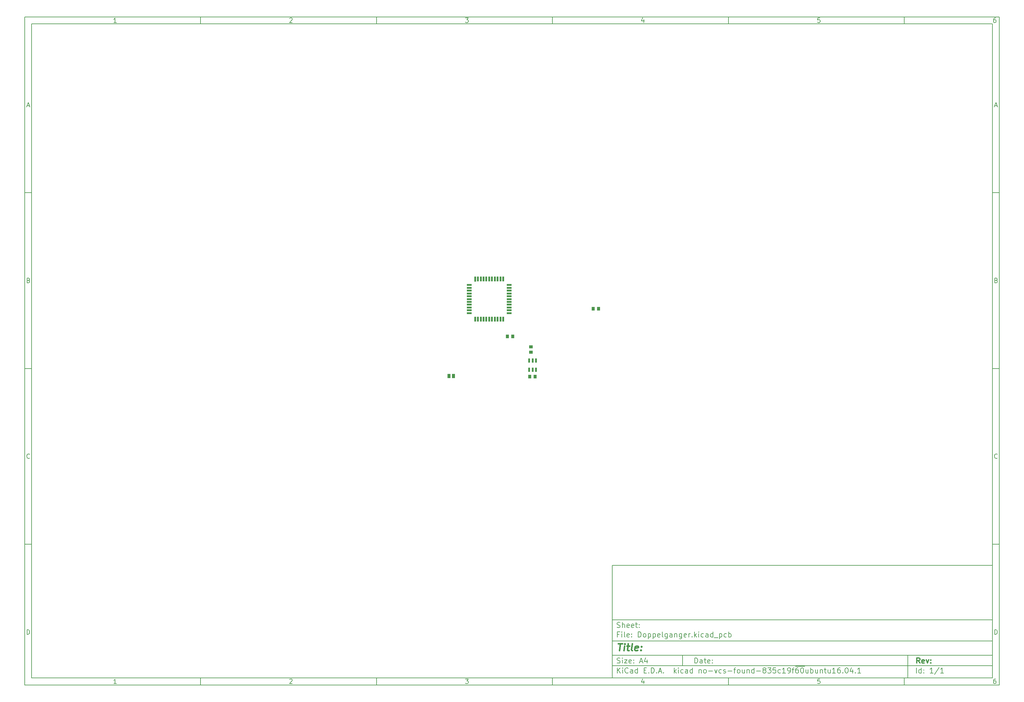
<source format=gtp>
%TF.GenerationSoftware,KiCad,Pcbnew,no-vcs-found-835c19f~60~ubuntu16.04.1*%
%TF.CreationDate,2017-10-10T23:09:56+02:00*%
%TF.ProjectId,Doppelganger,446F7070656C67616E6765722E6B6963,rev?*%
%TF.SameCoordinates,Original*%
%TF.FileFunction,Paste,Top*%
%TF.FilePolarity,Positive*%
%FSLAX46Y46*%
G04 Gerber Fmt 4.6, Leading zero omitted, Abs format (unit mm)*
G04 Created by KiCad (PCBNEW no-vcs-found-835c19f~60~ubuntu16.04.1) date Tue Oct 10 23:09:56 2017*
%MOMM*%
%LPD*%
G01*
G04 APERTURE LIST*
%ADD10C,0.100000*%
%ADD11C,0.150000*%
%ADD12C,0.300000*%
%ADD13C,0.400000*%
%ADD14R,0.920000X1.220000*%
%ADD15R,0.864400X1.016800*%
%ADD16R,1.450000X0.500000*%
%ADD17R,0.500000X1.450000*%
%ADD18C,0.500000*%
%ADD19R,0.570000X1.170000*%
%ADD20R,1.016800X0.864400*%
G04 APERTURE END LIST*
D10*
D11*
X177002200Y-166007200D02*
X177002200Y-198007200D01*
X285002200Y-198007200D01*
X285002200Y-166007200D01*
X177002200Y-166007200D01*
D10*
D11*
X10000000Y-10000000D02*
X10000000Y-200007200D01*
X287002200Y-200007200D01*
X287002200Y-10000000D01*
X10000000Y-10000000D01*
D10*
D11*
X12000000Y-12000000D02*
X12000000Y-198007200D01*
X285002200Y-198007200D01*
X285002200Y-12000000D01*
X12000000Y-12000000D01*
D10*
D11*
X60000000Y-12000000D02*
X60000000Y-10000000D01*
D10*
D11*
X110000000Y-12000000D02*
X110000000Y-10000000D01*
D10*
D11*
X160000000Y-12000000D02*
X160000000Y-10000000D01*
D10*
D11*
X210000000Y-12000000D02*
X210000000Y-10000000D01*
D10*
D11*
X260000000Y-12000000D02*
X260000000Y-10000000D01*
D10*
D11*
X36065476Y-11588095D02*
X35322619Y-11588095D01*
X35694047Y-11588095D02*
X35694047Y-10288095D01*
X35570238Y-10473809D01*
X35446428Y-10597619D01*
X35322619Y-10659523D01*
D10*
D11*
X85322619Y-10411904D02*
X85384523Y-10350000D01*
X85508333Y-10288095D01*
X85817857Y-10288095D01*
X85941666Y-10350000D01*
X86003571Y-10411904D01*
X86065476Y-10535714D01*
X86065476Y-10659523D01*
X86003571Y-10845238D01*
X85260714Y-11588095D01*
X86065476Y-11588095D01*
D10*
D11*
X135260714Y-10288095D02*
X136065476Y-10288095D01*
X135632142Y-10783333D01*
X135817857Y-10783333D01*
X135941666Y-10845238D01*
X136003571Y-10907142D01*
X136065476Y-11030952D01*
X136065476Y-11340476D01*
X136003571Y-11464285D01*
X135941666Y-11526190D01*
X135817857Y-11588095D01*
X135446428Y-11588095D01*
X135322619Y-11526190D01*
X135260714Y-11464285D01*
D10*
D11*
X185941666Y-10721428D02*
X185941666Y-11588095D01*
X185632142Y-10226190D02*
X185322619Y-11154761D01*
X186127380Y-11154761D01*
D10*
D11*
X236003571Y-10288095D02*
X235384523Y-10288095D01*
X235322619Y-10907142D01*
X235384523Y-10845238D01*
X235508333Y-10783333D01*
X235817857Y-10783333D01*
X235941666Y-10845238D01*
X236003571Y-10907142D01*
X236065476Y-11030952D01*
X236065476Y-11340476D01*
X236003571Y-11464285D01*
X235941666Y-11526190D01*
X235817857Y-11588095D01*
X235508333Y-11588095D01*
X235384523Y-11526190D01*
X235322619Y-11464285D01*
D10*
D11*
X285941666Y-10288095D02*
X285694047Y-10288095D01*
X285570238Y-10350000D01*
X285508333Y-10411904D01*
X285384523Y-10597619D01*
X285322619Y-10845238D01*
X285322619Y-11340476D01*
X285384523Y-11464285D01*
X285446428Y-11526190D01*
X285570238Y-11588095D01*
X285817857Y-11588095D01*
X285941666Y-11526190D01*
X286003571Y-11464285D01*
X286065476Y-11340476D01*
X286065476Y-11030952D01*
X286003571Y-10907142D01*
X285941666Y-10845238D01*
X285817857Y-10783333D01*
X285570238Y-10783333D01*
X285446428Y-10845238D01*
X285384523Y-10907142D01*
X285322619Y-11030952D01*
D10*
D11*
X60000000Y-198007200D02*
X60000000Y-200007200D01*
D10*
D11*
X110000000Y-198007200D02*
X110000000Y-200007200D01*
D10*
D11*
X160000000Y-198007200D02*
X160000000Y-200007200D01*
D10*
D11*
X210000000Y-198007200D02*
X210000000Y-200007200D01*
D10*
D11*
X260000000Y-198007200D02*
X260000000Y-200007200D01*
D10*
D11*
X36065476Y-199595295D02*
X35322619Y-199595295D01*
X35694047Y-199595295D02*
X35694047Y-198295295D01*
X35570238Y-198481009D01*
X35446428Y-198604819D01*
X35322619Y-198666723D01*
D10*
D11*
X85322619Y-198419104D02*
X85384523Y-198357200D01*
X85508333Y-198295295D01*
X85817857Y-198295295D01*
X85941666Y-198357200D01*
X86003571Y-198419104D01*
X86065476Y-198542914D01*
X86065476Y-198666723D01*
X86003571Y-198852438D01*
X85260714Y-199595295D01*
X86065476Y-199595295D01*
D10*
D11*
X135260714Y-198295295D02*
X136065476Y-198295295D01*
X135632142Y-198790533D01*
X135817857Y-198790533D01*
X135941666Y-198852438D01*
X136003571Y-198914342D01*
X136065476Y-199038152D01*
X136065476Y-199347676D01*
X136003571Y-199471485D01*
X135941666Y-199533390D01*
X135817857Y-199595295D01*
X135446428Y-199595295D01*
X135322619Y-199533390D01*
X135260714Y-199471485D01*
D10*
D11*
X185941666Y-198728628D02*
X185941666Y-199595295D01*
X185632142Y-198233390D02*
X185322619Y-199161961D01*
X186127380Y-199161961D01*
D10*
D11*
X236003571Y-198295295D02*
X235384523Y-198295295D01*
X235322619Y-198914342D01*
X235384523Y-198852438D01*
X235508333Y-198790533D01*
X235817857Y-198790533D01*
X235941666Y-198852438D01*
X236003571Y-198914342D01*
X236065476Y-199038152D01*
X236065476Y-199347676D01*
X236003571Y-199471485D01*
X235941666Y-199533390D01*
X235817857Y-199595295D01*
X235508333Y-199595295D01*
X235384523Y-199533390D01*
X235322619Y-199471485D01*
D10*
D11*
X285941666Y-198295295D02*
X285694047Y-198295295D01*
X285570238Y-198357200D01*
X285508333Y-198419104D01*
X285384523Y-198604819D01*
X285322619Y-198852438D01*
X285322619Y-199347676D01*
X285384523Y-199471485D01*
X285446428Y-199533390D01*
X285570238Y-199595295D01*
X285817857Y-199595295D01*
X285941666Y-199533390D01*
X286003571Y-199471485D01*
X286065476Y-199347676D01*
X286065476Y-199038152D01*
X286003571Y-198914342D01*
X285941666Y-198852438D01*
X285817857Y-198790533D01*
X285570238Y-198790533D01*
X285446428Y-198852438D01*
X285384523Y-198914342D01*
X285322619Y-199038152D01*
D10*
D11*
X10000000Y-60000000D02*
X12000000Y-60000000D01*
D10*
D11*
X10000000Y-110000000D02*
X12000000Y-110000000D01*
D10*
D11*
X10000000Y-160000000D02*
X12000000Y-160000000D01*
D10*
D11*
X10690476Y-35216666D02*
X11309523Y-35216666D01*
X10566666Y-35588095D02*
X11000000Y-34288095D01*
X11433333Y-35588095D01*
D10*
D11*
X11092857Y-84907142D02*
X11278571Y-84969047D01*
X11340476Y-85030952D01*
X11402380Y-85154761D01*
X11402380Y-85340476D01*
X11340476Y-85464285D01*
X11278571Y-85526190D01*
X11154761Y-85588095D01*
X10659523Y-85588095D01*
X10659523Y-84288095D01*
X11092857Y-84288095D01*
X11216666Y-84350000D01*
X11278571Y-84411904D01*
X11340476Y-84535714D01*
X11340476Y-84659523D01*
X11278571Y-84783333D01*
X11216666Y-84845238D01*
X11092857Y-84907142D01*
X10659523Y-84907142D01*
D10*
D11*
X11402380Y-135464285D02*
X11340476Y-135526190D01*
X11154761Y-135588095D01*
X11030952Y-135588095D01*
X10845238Y-135526190D01*
X10721428Y-135402380D01*
X10659523Y-135278571D01*
X10597619Y-135030952D01*
X10597619Y-134845238D01*
X10659523Y-134597619D01*
X10721428Y-134473809D01*
X10845238Y-134350000D01*
X11030952Y-134288095D01*
X11154761Y-134288095D01*
X11340476Y-134350000D01*
X11402380Y-134411904D01*
D10*
D11*
X10659523Y-185588095D02*
X10659523Y-184288095D01*
X10969047Y-184288095D01*
X11154761Y-184350000D01*
X11278571Y-184473809D01*
X11340476Y-184597619D01*
X11402380Y-184845238D01*
X11402380Y-185030952D01*
X11340476Y-185278571D01*
X11278571Y-185402380D01*
X11154761Y-185526190D01*
X10969047Y-185588095D01*
X10659523Y-185588095D01*
D10*
D11*
X287002200Y-60000000D02*
X285002200Y-60000000D01*
D10*
D11*
X287002200Y-110000000D02*
X285002200Y-110000000D01*
D10*
D11*
X287002200Y-160000000D02*
X285002200Y-160000000D01*
D10*
D11*
X285692676Y-35216666D02*
X286311723Y-35216666D01*
X285568866Y-35588095D02*
X286002200Y-34288095D01*
X286435533Y-35588095D01*
D10*
D11*
X286095057Y-84907142D02*
X286280771Y-84969047D01*
X286342676Y-85030952D01*
X286404580Y-85154761D01*
X286404580Y-85340476D01*
X286342676Y-85464285D01*
X286280771Y-85526190D01*
X286156961Y-85588095D01*
X285661723Y-85588095D01*
X285661723Y-84288095D01*
X286095057Y-84288095D01*
X286218866Y-84350000D01*
X286280771Y-84411904D01*
X286342676Y-84535714D01*
X286342676Y-84659523D01*
X286280771Y-84783333D01*
X286218866Y-84845238D01*
X286095057Y-84907142D01*
X285661723Y-84907142D01*
D10*
D11*
X286404580Y-135464285D02*
X286342676Y-135526190D01*
X286156961Y-135588095D01*
X286033152Y-135588095D01*
X285847438Y-135526190D01*
X285723628Y-135402380D01*
X285661723Y-135278571D01*
X285599819Y-135030952D01*
X285599819Y-134845238D01*
X285661723Y-134597619D01*
X285723628Y-134473809D01*
X285847438Y-134350000D01*
X286033152Y-134288095D01*
X286156961Y-134288095D01*
X286342676Y-134350000D01*
X286404580Y-134411904D01*
D10*
D11*
X285661723Y-185588095D02*
X285661723Y-184288095D01*
X285971247Y-184288095D01*
X286156961Y-184350000D01*
X286280771Y-184473809D01*
X286342676Y-184597619D01*
X286404580Y-184845238D01*
X286404580Y-185030952D01*
X286342676Y-185278571D01*
X286280771Y-185402380D01*
X286156961Y-185526190D01*
X285971247Y-185588095D01*
X285661723Y-185588095D01*
D10*
D11*
X200434342Y-193785771D02*
X200434342Y-192285771D01*
X200791485Y-192285771D01*
X201005771Y-192357200D01*
X201148628Y-192500057D01*
X201220057Y-192642914D01*
X201291485Y-192928628D01*
X201291485Y-193142914D01*
X201220057Y-193428628D01*
X201148628Y-193571485D01*
X201005771Y-193714342D01*
X200791485Y-193785771D01*
X200434342Y-193785771D01*
X202577200Y-193785771D02*
X202577200Y-193000057D01*
X202505771Y-192857200D01*
X202362914Y-192785771D01*
X202077200Y-192785771D01*
X201934342Y-192857200D01*
X202577200Y-193714342D02*
X202434342Y-193785771D01*
X202077200Y-193785771D01*
X201934342Y-193714342D01*
X201862914Y-193571485D01*
X201862914Y-193428628D01*
X201934342Y-193285771D01*
X202077200Y-193214342D01*
X202434342Y-193214342D01*
X202577200Y-193142914D01*
X203077200Y-192785771D02*
X203648628Y-192785771D01*
X203291485Y-192285771D02*
X203291485Y-193571485D01*
X203362914Y-193714342D01*
X203505771Y-193785771D01*
X203648628Y-193785771D01*
X204720057Y-193714342D02*
X204577200Y-193785771D01*
X204291485Y-193785771D01*
X204148628Y-193714342D01*
X204077200Y-193571485D01*
X204077200Y-193000057D01*
X204148628Y-192857200D01*
X204291485Y-192785771D01*
X204577200Y-192785771D01*
X204720057Y-192857200D01*
X204791485Y-193000057D01*
X204791485Y-193142914D01*
X204077200Y-193285771D01*
X205434342Y-193642914D02*
X205505771Y-193714342D01*
X205434342Y-193785771D01*
X205362914Y-193714342D01*
X205434342Y-193642914D01*
X205434342Y-193785771D01*
X205434342Y-192857200D02*
X205505771Y-192928628D01*
X205434342Y-193000057D01*
X205362914Y-192928628D01*
X205434342Y-192857200D01*
X205434342Y-193000057D01*
D10*
D11*
X177002200Y-194507200D02*
X285002200Y-194507200D01*
D10*
D11*
X178434342Y-196585771D02*
X178434342Y-195085771D01*
X179291485Y-196585771D02*
X178648628Y-195728628D01*
X179291485Y-195085771D02*
X178434342Y-195942914D01*
X179934342Y-196585771D02*
X179934342Y-195585771D01*
X179934342Y-195085771D02*
X179862914Y-195157200D01*
X179934342Y-195228628D01*
X180005771Y-195157200D01*
X179934342Y-195085771D01*
X179934342Y-195228628D01*
X181505771Y-196442914D02*
X181434342Y-196514342D01*
X181220057Y-196585771D01*
X181077200Y-196585771D01*
X180862914Y-196514342D01*
X180720057Y-196371485D01*
X180648628Y-196228628D01*
X180577200Y-195942914D01*
X180577200Y-195728628D01*
X180648628Y-195442914D01*
X180720057Y-195300057D01*
X180862914Y-195157200D01*
X181077200Y-195085771D01*
X181220057Y-195085771D01*
X181434342Y-195157200D01*
X181505771Y-195228628D01*
X182791485Y-196585771D02*
X182791485Y-195800057D01*
X182720057Y-195657200D01*
X182577200Y-195585771D01*
X182291485Y-195585771D01*
X182148628Y-195657200D01*
X182791485Y-196514342D02*
X182648628Y-196585771D01*
X182291485Y-196585771D01*
X182148628Y-196514342D01*
X182077200Y-196371485D01*
X182077200Y-196228628D01*
X182148628Y-196085771D01*
X182291485Y-196014342D01*
X182648628Y-196014342D01*
X182791485Y-195942914D01*
X184148628Y-196585771D02*
X184148628Y-195085771D01*
X184148628Y-196514342D02*
X184005771Y-196585771D01*
X183720057Y-196585771D01*
X183577200Y-196514342D01*
X183505771Y-196442914D01*
X183434342Y-196300057D01*
X183434342Y-195871485D01*
X183505771Y-195728628D01*
X183577200Y-195657200D01*
X183720057Y-195585771D01*
X184005771Y-195585771D01*
X184148628Y-195657200D01*
X186005771Y-195800057D02*
X186505771Y-195800057D01*
X186720057Y-196585771D02*
X186005771Y-196585771D01*
X186005771Y-195085771D01*
X186720057Y-195085771D01*
X187362914Y-196442914D02*
X187434342Y-196514342D01*
X187362914Y-196585771D01*
X187291485Y-196514342D01*
X187362914Y-196442914D01*
X187362914Y-196585771D01*
X188077200Y-196585771D02*
X188077200Y-195085771D01*
X188434342Y-195085771D01*
X188648628Y-195157200D01*
X188791485Y-195300057D01*
X188862914Y-195442914D01*
X188934342Y-195728628D01*
X188934342Y-195942914D01*
X188862914Y-196228628D01*
X188791485Y-196371485D01*
X188648628Y-196514342D01*
X188434342Y-196585771D01*
X188077200Y-196585771D01*
X189577200Y-196442914D02*
X189648628Y-196514342D01*
X189577200Y-196585771D01*
X189505771Y-196514342D01*
X189577200Y-196442914D01*
X189577200Y-196585771D01*
X190220057Y-196157200D02*
X190934342Y-196157200D01*
X190077200Y-196585771D02*
X190577200Y-195085771D01*
X191077200Y-196585771D01*
X191577200Y-196442914D02*
X191648628Y-196514342D01*
X191577200Y-196585771D01*
X191505771Y-196514342D01*
X191577200Y-196442914D01*
X191577200Y-196585771D01*
X194577200Y-196585771D02*
X194577200Y-195085771D01*
X194720057Y-196014342D02*
X195148628Y-196585771D01*
X195148628Y-195585771D02*
X194577200Y-196157200D01*
X195791485Y-196585771D02*
X195791485Y-195585771D01*
X195791485Y-195085771D02*
X195720057Y-195157200D01*
X195791485Y-195228628D01*
X195862914Y-195157200D01*
X195791485Y-195085771D01*
X195791485Y-195228628D01*
X197148628Y-196514342D02*
X197005771Y-196585771D01*
X196720057Y-196585771D01*
X196577200Y-196514342D01*
X196505771Y-196442914D01*
X196434342Y-196300057D01*
X196434342Y-195871485D01*
X196505771Y-195728628D01*
X196577200Y-195657200D01*
X196720057Y-195585771D01*
X197005771Y-195585771D01*
X197148628Y-195657200D01*
X198434342Y-196585771D02*
X198434342Y-195800057D01*
X198362914Y-195657200D01*
X198220057Y-195585771D01*
X197934342Y-195585771D01*
X197791485Y-195657200D01*
X198434342Y-196514342D02*
X198291485Y-196585771D01*
X197934342Y-196585771D01*
X197791485Y-196514342D01*
X197720057Y-196371485D01*
X197720057Y-196228628D01*
X197791485Y-196085771D01*
X197934342Y-196014342D01*
X198291485Y-196014342D01*
X198434342Y-195942914D01*
X199791485Y-196585771D02*
X199791485Y-195085771D01*
X199791485Y-196514342D02*
X199648628Y-196585771D01*
X199362914Y-196585771D01*
X199220057Y-196514342D01*
X199148628Y-196442914D01*
X199077200Y-196300057D01*
X199077200Y-195871485D01*
X199148628Y-195728628D01*
X199220057Y-195657200D01*
X199362914Y-195585771D01*
X199648628Y-195585771D01*
X199791485Y-195657200D01*
X201648628Y-195585771D02*
X201648628Y-196585771D01*
X201648628Y-195728628D02*
X201720057Y-195657200D01*
X201862914Y-195585771D01*
X202077200Y-195585771D01*
X202220057Y-195657200D01*
X202291485Y-195800057D01*
X202291485Y-196585771D01*
X203220057Y-196585771D02*
X203077200Y-196514342D01*
X203005771Y-196442914D01*
X202934342Y-196300057D01*
X202934342Y-195871485D01*
X203005771Y-195728628D01*
X203077200Y-195657200D01*
X203220057Y-195585771D01*
X203434342Y-195585771D01*
X203577200Y-195657200D01*
X203648628Y-195728628D01*
X203720057Y-195871485D01*
X203720057Y-196300057D01*
X203648628Y-196442914D01*
X203577200Y-196514342D01*
X203434342Y-196585771D01*
X203220057Y-196585771D01*
X204362914Y-196014342D02*
X205505771Y-196014342D01*
X206077200Y-195585771D02*
X206434342Y-196585771D01*
X206791485Y-195585771D01*
X208005771Y-196514342D02*
X207862914Y-196585771D01*
X207577200Y-196585771D01*
X207434342Y-196514342D01*
X207362914Y-196442914D01*
X207291485Y-196300057D01*
X207291485Y-195871485D01*
X207362914Y-195728628D01*
X207434342Y-195657200D01*
X207577200Y-195585771D01*
X207862914Y-195585771D01*
X208005771Y-195657200D01*
X208577200Y-196514342D02*
X208720057Y-196585771D01*
X209005771Y-196585771D01*
X209148628Y-196514342D01*
X209220057Y-196371485D01*
X209220057Y-196300057D01*
X209148628Y-196157200D01*
X209005771Y-196085771D01*
X208791485Y-196085771D01*
X208648628Y-196014342D01*
X208577200Y-195871485D01*
X208577200Y-195800057D01*
X208648628Y-195657200D01*
X208791485Y-195585771D01*
X209005771Y-195585771D01*
X209148628Y-195657200D01*
X209862914Y-196014342D02*
X211005771Y-196014342D01*
X211505771Y-195585771D02*
X212077200Y-195585771D01*
X211720057Y-196585771D02*
X211720057Y-195300057D01*
X211791485Y-195157200D01*
X211934342Y-195085771D01*
X212077200Y-195085771D01*
X212791485Y-196585771D02*
X212648628Y-196514342D01*
X212577200Y-196442914D01*
X212505771Y-196300057D01*
X212505771Y-195871485D01*
X212577200Y-195728628D01*
X212648628Y-195657200D01*
X212791485Y-195585771D01*
X213005771Y-195585771D01*
X213148628Y-195657200D01*
X213220057Y-195728628D01*
X213291485Y-195871485D01*
X213291485Y-196300057D01*
X213220057Y-196442914D01*
X213148628Y-196514342D01*
X213005771Y-196585771D01*
X212791485Y-196585771D01*
X214577200Y-195585771D02*
X214577200Y-196585771D01*
X213934342Y-195585771D02*
X213934342Y-196371485D01*
X214005771Y-196514342D01*
X214148628Y-196585771D01*
X214362914Y-196585771D01*
X214505771Y-196514342D01*
X214577200Y-196442914D01*
X215291485Y-195585771D02*
X215291485Y-196585771D01*
X215291485Y-195728628D02*
X215362914Y-195657200D01*
X215505771Y-195585771D01*
X215720057Y-195585771D01*
X215862914Y-195657200D01*
X215934342Y-195800057D01*
X215934342Y-196585771D01*
X217291485Y-196585771D02*
X217291485Y-195085771D01*
X217291485Y-196514342D02*
X217148628Y-196585771D01*
X216862914Y-196585771D01*
X216720057Y-196514342D01*
X216648628Y-196442914D01*
X216577200Y-196300057D01*
X216577200Y-195871485D01*
X216648628Y-195728628D01*
X216720057Y-195657200D01*
X216862914Y-195585771D01*
X217148628Y-195585771D01*
X217291485Y-195657200D01*
X218005771Y-196014342D02*
X219148628Y-196014342D01*
X220077200Y-195728628D02*
X219934342Y-195657200D01*
X219862914Y-195585771D01*
X219791485Y-195442914D01*
X219791485Y-195371485D01*
X219862914Y-195228628D01*
X219934342Y-195157200D01*
X220077200Y-195085771D01*
X220362914Y-195085771D01*
X220505771Y-195157200D01*
X220577200Y-195228628D01*
X220648628Y-195371485D01*
X220648628Y-195442914D01*
X220577200Y-195585771D01*
X220505771Y-195657200D01*
X220362914Y-195728628D01*
X220077200Y-195728628D01*
X219934342Y-195800057D01*
X219862914Y-195871485D01*
X219791485Y-196014342D01*
X219791485Y-196300057D01*
X219862914Y-196442914D01*
X219934342Y-196514342D01*
X220077200Y-196585771D01*
X220362914Y-196585771D01*
X220505771Y-196514342D01*
X220577200Y-196442914D01*
X220648628Y-196300057D01*
X220648628Y-196014342D01*
X220577200Y-195871485D01*
X220505771Y-195800057D01*
X220362914Y-195728628D01*
X221148628Y-195085771D02*
X222077200Y-195085771D01*
X221577200Y-195657200D01*
X221791485Y-195657200D01*
X221934342Y-195728628D01*
X222005771Y-195800057D01*
X222077200Y-195942914D01*
X222077200Y-196300057D01*
X222005771Y-196442914D01*
X221934342Y-196514342D01*
X221791485Y-196585771D01*
X221362914Y-196585771D01*
X221220057Y-196514342D01*
X221148628Y-196442914D01*
X223434342Y-195085771D02*
X222720057Y-195085771D01*
X222648628Y-195800057D01*
X222720057Y-195728628D01*
X222862914Y-195657200D01*
X223220057Y-195657200D01*
X223362914Y-195728628D01*
X223434342Y-195800057D01*
X223505771Y-195942914D01*
X223505771Y-196300057D01*
X223434342Y-196442914D01*
X223362914Y-196514342D01*
X223220057Y-196585771D01*
X222862914Y-196585771D01*
X222720057Y-196514342D01*
X222648628Y-196442914D01*
X224791485Y-196514342D02*
X224648628Y-196585771D01*
X224362914Y-196585771D01*
X224220057Y-196514342D01*
X224148628Y-196442914D01*
X224077200Y-196300057D01*
X224077200Y-195871485D01*
X224148628Y-195728628D01*
X224220057Y-195657200D01*
X224362914Y-195585771D01*
X224648628Y-195585771D01*
X224791485Y-195657200D01*
X226220057Y-196585771D02*
X225362914Y-196585771D01*
X225791485Y-196585771D02*
X225791485Y-195085771D01*
X225648628Y-195300057D01*
X225505771Y-195442914D01*
X225362914Y-195514342D01*
X226934342Y-196585771D02*
X227220057Y-196585771D01*
X227362914Y-196514342D01*
X227434342Y-196442914D01*
X227577200Y-196228628D01*
X227648628Y-195942914D01*
X227648628Y-195371485D01*
X227577200Y-195228628D01*
X227505771Y-195157200D01*
X227362914Y-195085771D01*
X227077200Y-195085771D01*
X226934342Y-195157200D01*
X226862914Y-195228628D01*
X226791485Y-195371485D01*
X226791485Y-195728628D01*
X226862914Y-195871485D01*
X226934342Y-195942914D01*
X227077200Y-196014342D01*
X227362914Y-196014342D01*
X227505771Y-195942914D01*
X227577200Y-195871485D01*
X227648628Y-195728628D01*
X228077200Y-195585771D02*
X228648628Y-195585771D01*
X228291485Y-196585771D02*
X228291485Y-195300057D01*
X228362914Y-195157200D01*
X228505771Y-195085771D01*
X228648628Y-195085771D01*
X229038985Y-194677200D02*
X230220057Y-194677200D01*
X229791485Y-195085771D02*
X229505771Y-195085771D01*
X229362914Y-195157200D01*
X229291485Y-195228628D01*
X229148628Y-195442914D01*
X229077200Y-195728628D01*
X229077200Y-196300057D01*
X229148628Y-196442914D01*
X229220057Y-196514342D01*
X229362914Y-196585771D01*
X229648628Y-196585771D01*
X229791485Y-196514342D01*
X229862914Y-196442914D01*
X229934342Y-196300057D01*
X229934342Y-195942914D01*
X229862914Y-195800057D01*
X229791485Y-195728628D01*
X229648628Y-195657200D01*
X229362914Y-195657200D01*
X229220057Y-195728628D01*
X229148628Y-195800057D01*
X229077200Y-195942914D01*
X230220057Y-194677200D02*
X231648628Y-194677200D01*
X230862914Y-195085771D02*
X231005771Y-195085771D01*
X231148628Y-195157200D01*
X231220057Y-195228628D01*
X231291485Y-195371485D01*
X231362914Y-195657200D01*
X231362914Y-196014342D01*
X231291485Y-196300057D01*
X231220057Y-196442914D01*
X231148628Y-196514342D01*
X231005771Y-196585771D01*
X230862914Y-196585771D01*
X230720057Y-196514342D01*
X230648628Y-196442914D01*
X230577200Y-196300057D01*
X230505771Y-196014342D01*
X230505771Y-195657200D01*
X230577200Y-195371485D01*
X230648628Y-195228628D01*
X230720057Y-195157200D01*
X230862914Y-195085771D01*
X232648628Y-195585771D02*
X232648628Y-196585771D01*
X232005771Y-195585771D02*
X232005771Y-196371485D01*
X232077199Y-196514342D01*
X232220057Y-196585771D01*
X232434342Y-196585771D01*
X232577199Y-196514342D01*
X232648628Y-196442914D01*
X233362914Y-196585771D02*
X233362914Y-195085771D01*
X233362914Y-195657200D02*
X233505771Y-195585771D01*
X233791485Y-195585771D01*
X233934342Y-195657200D01*
X234005771Y-195728628D01*
X234077200Y-195871485D01*
X234077200Y-196300057D01*
X234005771Y-196442914D01*
X233934342Y-196514342D01*
X233791485Y-196585771D01*
X233505771Y-196585771D01*
X233362914Y-196514342D01*
X235362914Y-195585771D02*
X235362914Y-196585771D01*
X234720057Y-195585771D02*
X234720057Y-196371485D01*
X234791485Y-196514342D01*
X234934342Y-196585771D01*
X235148628Y-196585771D01*
X235291485Y-196514342D01*
X235362914Y-196442914D01*
X236077200Y-195585771D02*
X236077200Y-196585771D01*
X236077200Y-195728628D02*
X236148628Y-195657200D01*
X236291485Y-195585771D01*
X236505771Y-195585771D01*
X236648628Y-195657200D01*
X236720057Y-195800057D01*
X236720057Y-196585771D01*
X237220057Y-195585771D02*
X237791485Y-195585771D01*
X237434342Y-195085771D02*
X237434342Y-196371485D01*
X237505771Y-196514342D01*
X237648628Y-196585771D01*
X237791485Y-196585771D01*
X238934342Y-195585771D02*
X238934342Y-196585771D01*
X238291485Y-195585771D02*
X238291485Y-196371485D01*
X238362914Y-196514342D01*
X238505771Y-196585771D01*
X238720057Y-196585771D01*
X238862914Y-196514342D01*
X238934342Y-196442914D01*
X240434342Y-196585771D02*
X239577200Y-196585771D01*
X240005771Y-196585771D02*
X240005771Y-195085771D01*
X239862914Y-195300057D01*
X239720057Y-195442914D01*
X239577200Y-195514342D01*
X241720057Y-195085771D02*
X241434342Y-195085771D01*
X241291485Y-195157200D01*
X241220057Y-195228628D01*
X241077200Y-195442914D01*
X241005771Y-195728628D01*
X241005771Y-196300057D01*
X241077200Y-196442914D01*
X241148628Y-196514342D01*
X241291485Y-196585771D01*
X241577200Y-196585771D01*
X241720057Y-196514342D01*
X241791485Y-196442914D01*
X241862914Y-196300057D01*
X241862914Y-195942914D01*
X241791485Y-195800057D01*
X241720057Y-195728628D01*
X241577200Y-195657200D01*
X241291485Y-195657200D01*
X241148628Y-195728628D01*
X241077200Y-195800057D01*
X241005771Y-195942914D01*
X242505771Y-196442914D02*
X242577199Y-196514342D01*
X242505771Y-196585771D01*
X242434342Y-196514342D01*
X242505771Y-196442914D01*
X242505771Y-196585771D01*
X243505771Y-195085771D02*
X243648628Y-195085771D01*
X243791485Y-195157200D01*
X243862914Y-195228628D01*
X243934342Y-195371485D01*
X244005771Y-195657200D01*
X244005771Y-196014342D01*
X243934342Y-196300057D01*
X243862914Y-196442914D01*
X243791485Y-196514342D01*
X243648628Y-196585771D01*
X243505771Y-196585771D01*
X243362914Y-196514342D01*
X243291485Y-196442914D01*
X243220057Y-196300057D01*
X243148628Y-196014342D01*
X243148628Y-195657200D01*
X243220057Y-195371485D01*
X243291485Y-195228628D01*
X243362914Y-195157200D01*
X243505771Y-195085771D01*
X245291485Y-195585771D02*
X245291485Y-196585771D01*
X244934342Y-195014342D02*
X244577199Y-196085771D01*
X245505771Y-196085771D01*
X246077199Y-196442914D02*
X246148628Y-196514342D01*
X246077199Y-196585771D01*
X246005771Y-196514342D01*
X246077199Y-196442914D01*
X246077199Y-196585771D01*
X247577200Y-196585771D02*
X246720057Y-196585771D01*
X247148628Y-196585771D02*
X247148628Y-195085771D01*
X247005771Y-195300057D01*
X246862914Y-195442914D01*
X246720057Y-195514342D01*
D10*
D11*
X177002200Y-191507200D02*
X285002200Y-191507200D01*
D10*
D12*
X264411485Y-193785771D02*
X263911485Y-193071485D01*
X263554342Y-193785771D02*
X263554342Y-192285771D01*
X264125771Y-192285771D01*
X264268628Y-192357200D01*
X264340057Y-192428628D01*
X264411485Y-192571485D01*
X264411485Y-192785771D01*
X264340057Y-192928628D01*
X264268628Y-193000057D01*
X264125771Y-193071485D01*
X263554342Y-193071485D01*
X265625771Y-193714342D02*
X265482914Y-193785771D01*
X265197200Y-193785771D01*
X265054342Y-193714342D01*
X264982914Y-193571485D01*
X264982914Y-193000057D01*
X265054342Y-192857200D01*
X265197200Y-192785771D01*
X265482914Y-192785771D01*
X265625771Y-192857200D01*
X265697200Y-193000057D01*
X265697200Y-193142914D01*
X264982914Y-193285771D01*
X266197200Y-192785771D02*
X266554342Y-193785771D01*
X266911485Y-192785771D01*
X267482914Y-193642914D02*
X267554342Y-193714342D01*
X267482914Y-193785771D01*
X267411485Y-193714342D01*
X267482914Y-193642914D01*
X267482914Y-193785771D01*
X267482914Y-192857200D02*
X267554342Y-192928628D01*
X267482914Y-193000057D01*
X267411485Y-192928628D01*
X267482914Y-192857200D01*
X267482914Y-193000057D01*
D10*
D11*
X178362914Y-193714342D02*
X178577200Y-193785771D01*
X178934342Y-193785771D01*
X179077200Y-193714342D01*
X179148628Y-193642914D01*
X179220057Y-193500057D01*
X179220057Y-193357200D01*
X179148628Y-193214342D01*
X179077200Y-193142914D01*
X178934342Y-193071485D01*
X178648628Y-193000057D01*
X178505771Y-192928628D01*
X178434342Y-192857200D01*
X178362914Y-192714342D01*
X178362914Y-192571485D01*
X178434342Y-192428628D01*
X178505771Y-192357200D01*
X178648628Y-192285771D01*
X179005771Y-192285771D01*
X179220057Y-192357200D01*
X179862914Y-193785771D02*
X179862914Y-192785771D01*
X179862914Y-192285771D02*
X179791485Y-192357200D01*
X179862914Y-192428628D01*
X179934342Y-192357200D01*
X179862914Y-192285771D01*
X179862914Y-192428628D01*
X180434342Y-192785771D02*
X181220057Y-192785771D01*
X180434342Y-193785771D01*
X181220057Y-193785771D01*
X182362914Y-193714342D02*
X182220057Y-193785771D01*
X181934342Y-193785771D01*
X181791485Y-193714342D01*
X181720057Y-193571485D01*
X181720057Y-193000057D01*
X181791485Y-192857200D01*
X181934342Y-192785771D01*
X182220057Y-192785771D01*
X182362914Y-192857200D01*
X182434342Y-193000057D01*
X182434342Y-193142914D01*
X181720057Y-193285771D01*
X183077200Y-193642914D02*
X183148628Y-193714342D01*
X183077200Y-193785771D01*
X183005771Y-193714342D01*
X183077200Y-193642914D01*
X183077200Y-193785771D01*
X183077200Y-192857200D02*
X183148628Y-192928628D01*
X183077200Y-193000057D01*
X183005771Y-192928628D01*
X183077200Y-192857200D01*
X183077200Y-193000057D01*
X184862914Y-193357200D02*
X185577200Y-193357200D01*
X184720057Y-193785771D02*
X185220057Y-192285771D01*
X185720057Y-193785771D01*
X186862914Y-192785771D02*
X186862914Y-193785771D01*
X186505771Y-192214342D02*
X186148628Y-193285771D01*
X187077200Y-193285771D01*
D10*
D11*
X263434342Y-196585771D02*
X263434342Y-195085771D01*
X264791485Y-196585771D02*
X264791485Y-195085771D01*
X264791485Y-196514342D02*
X264648628Y-196585771D01*
X264362914Y-196585771D01*
X264220057Y-196514342D01*
X264148628Y-196442914D01*
X264077200Y-196300057D01*
X264077200Y-195871485D01*
X264148628Y-195728628D01*
X264220057Y-195657200D01*
X264362914Y-195585771D01*
X264648628Y-195585771D01*
X264791485Y-195657200D01*
X265505771Y-196442914D02*
X265577200Y-196514342D01*
X265505771Y-196585771D01*
X265434342Y-196514342D01*
X265505771Y-196442914D01*
X265505771Y-196585771D01*
X265505771Y-195657200D02*
X265577200Y-195728628D01*
X265505771Y-195800057D01*
X265434342Y-195728628D01*
X265505771Y-195657200D01*
X265505771Y-195800057D01*
X268148628Y-196585771D02*
X267291485Y-196585771D01*
X267720057Y-196585771D02*
X267720057Y-195085771D01*
X267577200Y-195300057D01*
X267434342Y-195442914D01*
X267291485Y-195514342D01*
X269862914Y-195014342D02*
X268577200Y-196942914D01*
X271148628Y-196585771D02*
X270291485Y-196585771D01*
X270720057Y-196585771D02*
X270720057Y-195085771D01*
X270577200Y-195300057D01*
X270434342Y-195442914D01*
X270291485Y-195514342D01*
D10*
D11*
X177002200Y-187507200D02*
X285002200Y-187507200D01*
D10*
D13*
X178714580Y-188211961D02*
X179857438Y-188211961D01*
X179036009Y-190211961D02*
X179286009Y-188211961D01*
X180274104Y-190211961D02*
X180440771Y-188878628D01*
X180524104Y-188211961D02*
X180416961Y-188307200D01*
X180500295Y-188402438D01*
X180607438Y-188307200D01*
X180524104Y-188211961D01*
X180500295Y-188402438D01*
X181107438Y-188878628D02*
X181869342Y-188878628D01*
X181476485Y-188211961D02*
X181262200Y-189926247D01*
X181333628Y-190116723D01*
X181512200Y-190211961D01*
X181702676Y-190211961D01*
X182655057Y-190211961D02*
X182476485Y-190116723D01*
X182405057Y-189926247D01*
X182619342Y-188211961D01*
X184190771Y-190116723D02*
X183988390Y-190211961D01*
X183607438Y-190211961D01*
X183428866Y-190116723D01*
X183357438Y-189926247D01*
X183452676Y-189164342D01*
X183571723Y-188973866D01*
X183774104Y-188878628D01*
X184155057Y-188878628D01*
X184333628Y-188973866D01*
X184405057Y-189164342D01*
X184381247Y-189354819D01*
X183405057Y-189545295D01*
X185155057Y-190021485D02*
X185238390Y-190116723D01*
X185131247Y-190211961D01*
X185047914Y-190116723D01*
X185155057Y-190021485D01*
X185131247Y-190211961D01*
X185286009Y-188973866D02*
X185369342Y-189069104D01*
X185262200Y-189164342D01*
X185178866Y-189069104D01*
X185286009Y-188973866D01*
X185262200Y-189164342D01*
D10*
D11*
X178934342Y-185600057D02*
X178434342Y-185600057D01*
X178434342Y-186385771D02*
X178434342Y-184885771D01*
X179148628Y-184885771D01*
X179720057Y-186385771D02*
X179720057Y-185385771D01*
X179720057Y-184885771D02*
X179648628Y-184957200D01*
X179720057Y-185028628D01*
X179791485Y-184957200D01*
X179720057Y-184885771D01*
X179720057Y-185028628D01*
X180648628Y-186385771D02*
X180505771Y-186314342D01*
X180434342Y-186171485D01*
X180434342Y-184885771D01*
X181791485Y-186314342D02*
X181648628Y-186385771D01*
X181362914Y-186385771D01*
X181220057Y-186314342D01*
X181148628Y-186171485D01*
X181148628Y-185600057D01*
X181220057Y-185457200D01*
X181362914Y-185385771D01*
X181648628Y-185385771D01*
X181791485Y-185457200D01*
X181862914Y-185600057D01*
X181862914Y-185742914D01*
X181148628Y-185885771D01*
X182505771Y-186242914D02*
X182577200Y-186314342D01*
X182505771Y-186385771D01*
X182434342Y-186314342D01*
X182505771Y-186242914D01*
X182505771Y-186385771D01*
X182505771Y-185457200D02*
X182577200Y-185528628D01*
X182505771Y-185600057D01*
X182434342Y-185528628D01*
X182505771Y-185457200D01*
X182505771Y-185600057D01*
X184362914Y-186385771D02*
X184362914Y-184885771D01*
X184720057Y-184885771D01*
X184934342Y-184957200D01*
X185077200Y-185100057D01*
X185148628Y-185242914D01*
X185220057Y-185528628D01*
X185220057Y-185742914D01*
X185148628Y-186028628D01*
X185077200Y-186171485D01*
X184934342Y-186314342D01*
X184720057Y-186385771D01*
X184362914Y-186385771D01*
X186077200Y-186385771D02*
X185934342Y-186314342D01*
X185862914Y-186242914D01*
X185791485Y-186100057D01*
X185791485Y-185671485D01*
X185862914Y-185528628D01*
X185934342Y-185457200D01*
X186077200Y-185385771D01*
X186291485Y-185385771D01*
X186434342Y-185457200D01*
X186505771Y-185528628D01*
X186577200Y-185671485D01*
X186577200Y-186100057D01*
X186505771Y-186242914D01*
X186434342Y-186314342D01*
X186291485Y-186385771D01*
X186077200Y-186385771D01*
X187220057Y-185385771D02*
X187220057Y-186885771D01*
X187220057Y-185457200D02*
X187362914Y-185385771D01*
X187648628Y-185385771D01*
X187791485Y-185457200D01*
X187862914Y-185528628D01*
X187934342Y-185671485D01*
X187934342Y-186100057D01*
X187862914Y-186242914D01*
X187791485Y-186314342D01*
X187648628Y-186385771D01*
X187362914Y-186385771D01*
X187220057Y-186314342D01*
X188577200Y-185385771D02*
X188577200Y-186885771D01*
X188577200Y-185457200D02*
X188720057Y-185385771D01*
X189005771Y-185385771D01*
X189148628Y-185457200D01*
X189220057Y-185528628D01*
X189291485Y-185671485D01*
X189291485Y-186100057D01*
X189220057Y-186242914D01*
X189148628Y-186314342D01*
X189005771Y-186385771D01*
X188720057Y-186385771D01*
X188577200Y-186314342D01*
X190505771Y-186314342D02*
X190362914Y-186385771D01*
X190077200Y-186385771D01*
X189934342Y-186314342D01*
X189862914Y-186171485D01*
X189862914Y-185600057D01*
X189934342Y-185457200D01*
X190077200Y-185385771D01*
X190362914Y-185385771D01*
X190505771Y-185457200D01*
X190577200Y-185600057D01*
X190577200Y-185742914D01*
X189862914Y-185885771D01*
X191434342Y-186385771D02*
X191291485Y-186314342D01*
X191220057Y-186171485D01*
X191220057Y-184885771D01*
X192648628Y-185385771D02*
X192648628Y-186600057D01*
X192577200Y-186742914D01*
X192505771Y-186814342D01*
X192362914Y-186885771D01*
X192148628Y-186885771D01*
X192005771Y-186814342D01*
X192648628Y-186314342D02*
X192505771Y-186385771D01*
X192220057Y-186385771D01*
X192077200Y-186314342D01*
X192005771Y-186242914D01*
X191934342Y-186100057D01*
X191934342Y-185671485D01*
X192005771Y-185528628D01*
X192077200Y-185457200D01*
X192220057Y-185385771D01*
X192505771Y-185385771D01*
X192648628Y-185457200D01*
X194005771Y-186385771D02*
X194005771Y-185600057D01*
X193934342Y-185457200D01*
X193791485Y-185385771D01*
X193505771Y-185385771D01*
X193362914Y-185457200D01*
X194005771Y-186314342D02*
X193862914Y-186385771D01*
X193505771Y-186385771D01*
X193362914Y-186314342D01*
X193291485Y-186171485D01*
X193291485Y-186028628D01*
X193362914Y-185885771D01*
X193505771Y-185814342D01*
X193862914Y-185814342D01*
X194005771Y-185742914D01*
X194720057Y-185385771D02*
X194720057Y-186385771D01*
X194720057Y-185528628D02*
X194791485Y-185457200D01*
X194934342Y-185385771D01*
X195148628Y-185385771D01*
X195291485Y-185457200D01*
X195362914Y-185600057D01*
X195362914Y-186385771D01*
X196720057Y-185385771D02*
X196720057Y-186600057D01*
X196648628Y-186742914D01*
X196577200Y-186814342D01*
X196434342Y-186885771D01*
X196220057Y-186885771D01*
X196077200Y-186814342D01*
X196720057Y-186314342D02*
X196577200Y-186385771D01*
X196291485Y-186385771D01*
X196148628Y-186314342D01*
X196077200Y-186242914D01*
X196005771Y-186100057D01*
X196005771Y-185671485D01*
X196077200Y-185528628D01*
X196148628Y-185457200D01*
X196291485Y-185385771D01*
X196577200Y-185385771D01*
X196720057Y-185457200D01*
X198005771Y-186314342D02*
X197862914Y-186385771D01*
X197577200Y-186385771D01*
X197434342Y-186314342D01*
X197362914Y-186171485D01*
X197362914Y-185600057D01*
X197434342Y-185457200D01*
X197577200Y-185385771D01*
X197862914Y-185385771D01*
X198005771Y-185457200D01*
X198077200Y-185600057D01*
X198077200Y-185742914D01*
X197362914Y-185885771D01*
X198720057Y-186385771D02*
X198720057Y-185385771D01*
X198720057Y-185671485D02*
X198791485Y-185528628D01*
X198862914Y-185457200D01*
X199005771Y-185385771D01*
X199148628Y-185385771D01*
X199648628Y-186242914D02*
X199720057Y-186314342D01*
X199648628Y-186385771D01*
X199577200Y-186314342D01*
X199648628Y-186242914D01*
X199648628Y-186385771D01*
X200362914Y-186385771D02*
X200362914Y-184885771D01*
X200505771Y-185814342D02*
X200934342Y-186385771D01*
X200934342Y-185385771D02*
X200362914Y-185957200D01*
X201577200Y-186385771D02*
X201577200Y-185385771D01*
X201577200Y-184885771D02*
X201505771Y-184957200D01*
X201577200Y-185028628D01*
X201648628Y-184957200D01*
X201577200Y-184885771D01*
X201577200Y-185028628D01*
X202934342Y-186314342D02*
X202791485Y-186385771D01*
X202505771Y-186385771D01*
X202362914Y-186314342D01*
X202291485Y-186242914D01*
X202220057Y-186100057D01*
X202220057Y-185671485D01*
X202291485Y-185528628D01*
X202362914Y-185457200D01*
X202505771Y-185385771D01*
X202791485Y-185385771D01*
X202934342Y-185457200D01*
X204220057Y-186385771D02*
X204220057Y-185600057D01*
X204148628Y-185457200D01*
X204005771Y-185385771D01*
X203720057Y-185385771D01*
X203577200Y-185457200D01*
X204220057Y-186314342D02*
X204077200Y-186385771D01*
X203720057Y-186385771D01*
X203577200Y-186314342D01*
X203505771Y-186171485D01*
X203505771Y-186028628D01*
X203577200Y-185885771D01*
X203720057Y-185814342D01*
X204077200Y-185814342D01*
X204220057Y-185742914D01*
X205577200Y-186385771D02*
X205577200Y-184885771D01*
X205577200Y-186314342D02*
X205434342Y-186385771D01*
X205148628Y-186385771D01*
X205005771Y-186314342D01*
X204934342Y-186242914D01*
X204862914Y-186100057D01*
X204862914Y-185671485D01*
X204934342Y-185528628D01*
X205005771Y-185457200D01*
X205148628Y-185385771D01*
X205434342Y-185385771D01*
X205577200Y-185457200D01*
X205934342Y-186528628D02*
X207077200Y-186528628D01*
X207434342Y-185385771D02*
X207434342Y-186885771D01*
X207434342Y-185457200D02*
X207577200Y-185385771D01*
X207862914Y-185385771D01*
X208005771Y-185457200D01*
X208077200Y-185528628D01*
X208148628Y-185671485D01*
X208148628Y-186100057D01*
X208077200Y-186242914D01*
X208005771Y-186314342D01*
X207862914Y-186385771D01*
X207577200Y-186385771D01*
X207434342Y-186314342D01*
X209434342Y-186314342D02*
X209291485Y-186385771D01*
X209005771Y-186385771D01*
X208862914Y-186314342D01*
X208791485Y-186242914D01*
X208720057Y-186100057D01*
X208720057Y-185671485D01*
X208791485Y-185528628D01*
X208862914Y-185457200D01*
X209005771Y-185385771D01*
X209291485Y-185385771D01*
X209434342Y-185457200D01*
X210077200Y-186385771D02*
X210077200Y-184885771D01*
X210077200Y-185457200D02*
X210220057Y-185385771D01*
X210505771Y-185385771D01*
X210648628Y-185457200D01*
X210720057Y-185528628D01*
X210791485Y-185671485D01*
X210791485Y-186100057D01*
X210720057Y-186242914D01*
X210648628Y-186314342D01*
X210505771Y-186385771D01*
X210220057Y-186385771D01*
X210077200Y-186314342D01*
D10*
D11*
X177002200Y-181507200D02*
X285002200Y-181507200D01*
D10*
D11*
X178362914Y-183614342D02*
X178577200Y-183685771D01*
X178934342Y-183685771D01*
X179077200Y-183614342D01*
X179148628Y-183542914D01*
X179220057Y-183400057D01*
X179220057Y-183257200D01*
X179148628Y-183114342D01*
X179077200Y-183042914D01*
X178934342Y-182971485D01*
X178648628Y-182900057D01*
X178505771Y-182828628D01*
X178434342Y-182757200D01*
X178362914Y-182614342D01*
X178362914Y-182471485D01*
X178434342Y-182328628D01*
X178505771Y-182257200D01*
X178648628Y-182185771D01*
X179005771Y-182185771D01*
X179220057Y-182257200D01*
X179862914Y-183685771D02*
X179862914Y-182185771D01*
X180505771Y-183685771D02*
X180505771Y-182900057D01*
X180434342Y-182757200D01*
X180291485Y-182685771D01*
X180077200Y-182685771D01*
X179934342Y-182757200D01*
X179862914Y-182828628D01*
X181791485Y-183614342D02*
X181648628Y-183685771D01*
X181362914Y-183685771D01*
X181220057Y-183614342D01*
X181148628Y-183471485D01*
X181148628Y-182900057D01*
X181220057Y-182757200D01*
X181362914Y-182685771D01*
X181648628Y-182685771D01*
X181791485Y-182757200D01*
X181862914Y-182900057D01*
X181862914Y-183042914D01*
X181148628Y-183185771D01*
X183077200Y-183614342D02*
X182934342Y-183685771D01*
X182648628Y-183685771D01*
X182505771Y-183614342D01*
X182434342Y-183471485D01*
X182434342Y-182900057D01*
X182505771Y-182757200D01*
X182648628Y-182685771D01*
X182934342Y-182685771D01*
X183077200Y-182757200D01*
X183148628Y-182900057D01*
X183148628Y-183042914D01*
X182434342Y-183185771D01*
X183577200Y-182685771D02*
X184148628Y-182685771D01*
X183791485Y-182185771D02*
X183791485Y-183471485D01*
X183862914Y-183614342D01*
X184005771Y-183685771D01*
X184148628Y-183685771D01*
X184648628Y-183542914D02*
X184720057Y-183614342D01*
X184648628Y-183685771D01*
X184577200Y-183614342D01*
X184648628Y-183542914D01*
X184648628Y-183685771D01*
X184648628Y-182757200D02*
X184720057Y-182828628D01*
X184648628Y-182900057D01*
X184577200Y-182828628D01*
X184648628Y-182757200D01*
X184648628Y-182900057D01*
D10*
D11*
X197002200Y-191507200D02*
X197002200Y-194507200D01*
D10*
D11*
X261002200Y-191507200D02*
X261002200Y-198007200D01*
D14*
%TO.C,J3*%
X130601800Y-112141000D03*
X131881800Y-112141000D03*
%TD*%
D15*
%TO.C,C4*%
X171577000Y-92964000D03*
X173101000Y-92964000D03*
%TD*%
%TO.C,C8*%
X147142200Y-100863400D03*
X148666200Y-100863400D03*
%TD*%
D16*
%TO.C,U8*%
X147711400Y-94246200D03*
X147711400Y-93446200D03*
X147711400Y-92646200D03*
X147711400Y-91846200D03*
X147711400Y-91046200D03*
X147711400Y-90246200D03*
X147711400Y-89446200D03*
X147711400Y-88646200D03*
X147711400Y-87846200D03*
X147711400Y-87046200D03*
X147711400Y-86246200D03*
D17*
X146011400Y-84546200D03*
X145211400Y-84546200D03*
X144411400Y-84546200D03*
X143611400Y-84546200D03*
X142811400Y-84546200D03*
X142011400Y-84546200D03*
X141211400Y-84546200D03*
X140411400Y-84546200D03*
X139611400Y-84546200D03*
X138811400Y-84546200D03*
D18*
X138011400Y-84546200D03*
D10*
G36*
X138261400Y-83821200D02*
X138261400Y-85271200D01*
X137761400Y-85271200D01*
X137761400Y-83821200D01*
X138261400Y-83821200D01*
X138261400Y-83821200D01*
G37*
D16*
X136311400Y-86246200D03*
X136311400Y-87046200D03*
X136311400Y-87846200D03*
X136311400Y-88646200D03*
X136311400Y-89446200D03*
X136311400Y-90246200D03*
X136311400Y-91046200D03*
X136311400Y-91846200D03*
X136311400Y-92646200D03*
X136311400Y-93446200D03*
X136311400Y-94246200D03*
D17*
X138011400Y-95946200D03*
X138811400Y-95946200D03*
X139611400Y-95946200D03*
X140411400Y-95946200D03*
X141211400Y-95946200D03*
X142011400Y-95946200D03*
X142811400Y-95946200D03*
X143611400Y-95946200D03*
X144411400Y-95946200D03*
X145211400Y-95946200D03*
X146011400Y-95946200D03*
%TD*%
D19*
%TO.C,U2*%
X155305800Y-107702360D03*
X154355800Y-107702360D03*
X153405800Y-107702360D03*
X153405800Y-110322360D03*
X154355800Y-110322360D03*
X155305800Y-110322360D03*
%TD*%
D15*
%TO.C,C11*%
X155036520Y-112290860D03*
X153512520Y-112290860D03*
%TD*%
D20*
%TO.C,C10*%
X153847800Y-105354120D03*
X153847800Y-103830120D03*
%TD*%
M02*

</source>
